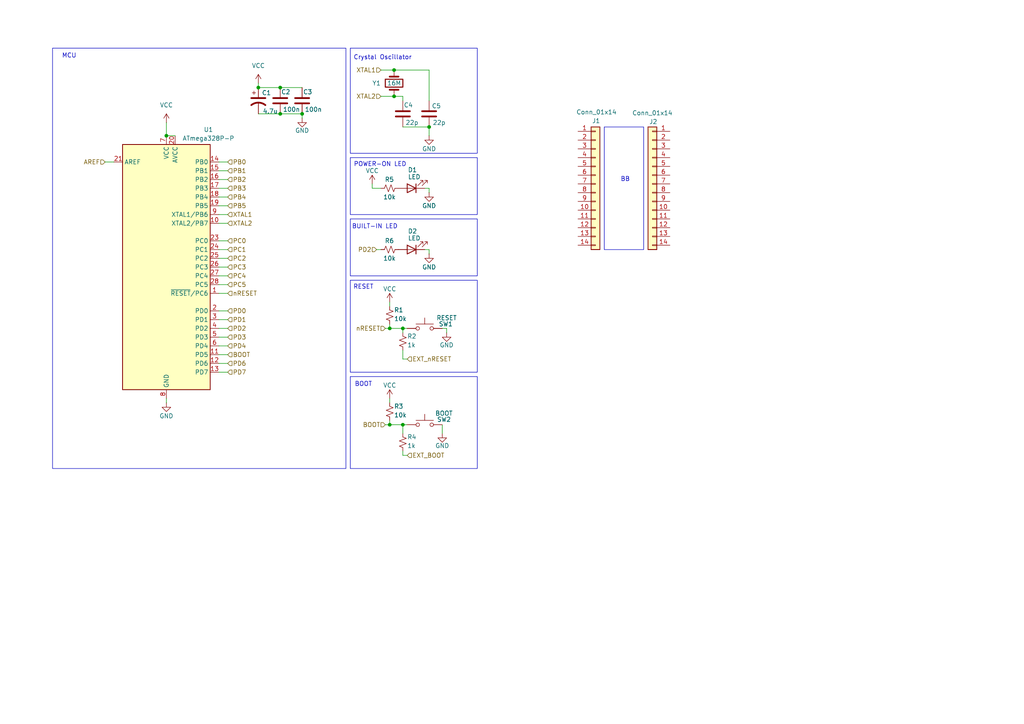
<source format=kicad_sch>
(kicad_sch (version 20231120) (generator "eeschema") (generator_version "8.0")
  (paper "A4")
  (lib_symbols
    (symbol "Connector_Generic:Conn_01x14" (pin_names (offset 1.016) hide)
      (property "Reference" "J" (at 0 17.78 0))
      (property "Value" "Conn_01x14" (at 0 -20.32 0))
      (symbol "Conn_01x14_1_1"
        (rectangle (start -1.27 -17.653) (end 0 -17.907) (stroke (width 0.1524)))
        (rectangle (start -1.27 -15.113) (end 0 -15.367) (stroke (width 0.1524)))
        (rectangle (start -1.27 -12.573) (end 0 -12.827) (stroke (width 0.1524)))
        (rectangle (start -1.27 -10.033) (end 0 -10.287) (stroke (width 0.1524)))
        (rectangle (start -1.27 -7.493) (end 0 -7.747) (stroke (width 0.1524)))
        (rectangle (start -1.27 -4.953) (end 0 -5.207) (stroke (width 0.1524)))
        (rectangle (start -1.27 -2.413) (end 0 -2.667) (stroke (width 0.1524)))
        (rectangle (start -1.27 0.127) (end 0 -0.127) (stroke (width 0.1524)))
        (rectangle (start -1.27 2.667) (end 0 2.413) (stroke (width 0.1524)))
        (rectangle (start -1.27 5.207) (end 0 4.953) (stroke (width 0.1524)))
        (rectangle (start -1.27 7.747) (end 0 7.493) (stroke (width 0.1524)))
        (rectangle (start -1.27 10.287) (end 0 10.033) (stroke (width 0.1524)))
        (rectangle (start -1.27 12.827) (end 0 12.573) (stroke (width 0.1524)))
        (rectangle (start -1.27 15.367) (end 0 15.113) (stroke (width 0.1524)))
        (rectangle (start -1.27 16.51) (end 1.27 -19.05) (stroke (width 0.254)) (fill (type background)))
        (pin passive line (at -5.08 15.24 0) (length 3.81) (name "Pin_1") (number "1"))
        (pin passive line (at -5.08 -7.62 0) (length 3.81) (name "Pin_10") (number "10"))
        (pin passive line (at -5.08 -10.16 0) (length 3.81) (name "Pin_11") (number "11"))
        (pin passive line (at -5.08 -12.7 0) (length 3.81) (name "Pin_12") (number "12"))
        (pin passive line (at -5.08 -15.24 0) (length 3.81) (name "Pin_13") (number "13"))
        (pin passive line (at -5.08 -17.78 0) (length 3.81) (name "Pin_14") (number "14"))
        (pin passive line (at -5.08 12.7 0) (length 3.81) (name "Pin_2") (number "2"))
        (pin passive line (at -5.08 10.16 0) (length 3.81) (name "Pin_3") (number "3"))
        (pin passive line (at -5.08 7.62 0) (length 3.81) (name "Pin_4") (number "4"))
        (pin passive line (at -5.08 5.08 0) (length 3.81) (name "Pin_5") (number "5"))
        (pin passive line (at -5.08 2.54 0) (length 3.81) (name "Pin_6") (number "6"))
        (pin passive line (at -5.08 0 0) (length 3.81) (name "Pin_7") (number "7"))
        (pin passive line (at -5.08 -2.54 0) (length 3.81) (name "Pin_8") (number "8"))
        (pin passive line (at -5.08 -5.08 0) (length 3.81) (name "Pin_9") (number "9"))
      )
    )
    (symbol "Device:C" (pin_numbers hide) (pin_names (offset 0.254))
      (property "Reference" "C" (at 0.635 2.54 0))
      (property "Value" "C" (at 0.635 -2.54 0))
      (symbol "C_0_1"
        (polyline (pts (xy -2.032 -0.762) (xy 2.032 -0.762)) (stroke (width 0.508)))
        (polyline (pts (xy -2.032 0.762) (xy 2.032 0.762)) (stroke (width 0.508)))
      )
      (symbol "C_1_1"
        (pin passive line (at 0 3.81 270) (length 2.794) (name "~") (number "1"))
        (pin passive line (at 0 -3.81 90) (length 2.794) (name "~") (number "2"))
      )
    )
    (symbol "Device:C_Polarized_US" (pin_numbers hide) (pin_names (offset 0.254) hide)
      (property "Reference" "C" (at 0.635 2.54 0))
      (property "Value" "C_Polarized_US" (at 0.635 -2.54 0))
      (symbol "C_Polarized_US_0_1"
        (polyline (pts (xy -2.032 0.762) (xy 2.032 0.762)) (stroke (width 0.508)))
        (polyline (pts (xy -1.778 2.286) (xy -0.762 2.286)))
        (polyline (pts (xy -1.27 1.778) (xy -1.27 2.794)))
        (arc (start 2.032 -1.27) (mid 0 -0.5572) (end -2.032 -1.27) (stroke (width 0.508)))
      )
      (symbol "C_Polarized_US_1_1"
        (pin passive line (at 0 3.81 270) (length 2.794) (name "~") (number "1"))
        (pin passive line (at 0 -3.81 90) (length 3.302) (name "~") (number "2"))
      )
    )
    (symbol "Device:Crystal" (pin_numbers hide) (pin_names (offset 1.016) hide)
      (property "Reference" "Y" (at 0 3.81 0))
      (property "Value" "Crystal" (at 0 -3.81 0))
      (symbol "Crystal_0_1"
        (rectangle (start -1.143 2.54) (end 1.143 -2.54) (stroke (width 0.3048)))
        (polyline (pts (xy -2.54 0) (xy -1.905 0)))
        (polyline (pts (xy -1.905 -1.27) (xy -1.905 1.27)) (stroke (width 0.508)))
        (polyline (pts (xy 1.905 -1.27) (xy 1.905 1.27)) (stroke (width 0.508)))
        (polyline (pts (xy 2.54 0) (xy 1.905 0)))
      )
      (symbol "Crystal_1_1"
        (pin passive line (at -3.81 0 0) (length 1.27) (name "1") (number "1"))
        (pin passive line (at 3.81 0 180) (length 1.27) (name "2") (number "2"))
      )
    )
    (symbol "Device:LED" (pin_numbers hide) (pin_names (offset 1.016) hide)
      (property "Reference" "D" (at 0 2.54 0))
      (property "Value" "LED" (at 0 -2.54 0))
      (symbol "LED_0_1"
        (polyline (pts (xy -1.27 -1.27) (xy -1.27 1.27)) (stroke (width 0.254)))
        (polyline (pts (xy -1.27 0) (xy 1.27 0)))
        (polyline (pts (xy 1.27 -1.27) (xy 1.27 1.27) (xy -1.27 0) (xy 1.27 -1.27)) (stroke (width 0.254)))
        (polyline (pts (xy -3.048 -0.762) (xy -4.572 -2.286) (xy -3.81 -2.286) (xy -4.572 -2.286) (xy -4.572 -1.524)))
        (polyline (pts (xy -1.778 -0.762) (xy -3.302 -2.286) (xy -2.54 -2.286) (xy -3.302 -2.286) (xy -3.302 -1.524)))
      )
      (symbol "LED_1_1"
        (pin passive line (at -3.81 0 0) (length 2.54) (name "K") (number "1"))
        (pin passive line (at 3.81 0 180) (length 2.54) (name "A") (number "2"))
      )
    )
    (symbol "Device:R_Small_US" (pin_numbers hide) (pin_names (offset 0.254) hide)
      (property "Reference" "R" (at 0.762 0.508 0))
      (property "Value" "R_Small_US" (at 0.762 -1.016 0))
      (symbol "R_Small_US_1_1"
        (polyline (pts (xy 0 0) (xy 1.016 -0.381) (xy 0 -0.762) (xy -1.016 -1.143) (xy 0 -1.524)))
        (polyline (pts (xy 0 1.524) (xy 1.016 1.143) (xy 0 0.762) (xy -1.016 0.381) (xy 0 0)))
        (pin passive line (at 0 2.54 270) (length 1.016) (name "~") (number "1"))
        (pin passive line (at 0 -2.54 90) (length 1.016) (name "~") (number "2"))
      )
    )
    (symbol "MCU_Microchip_ATmega:ATmega328P-P"
      (property "Reference" "U" (at -12.7 36.83 0))
      (property "Value" "ATmega328P-P" (at 2.54 -36.83 0))
      (symbol "ATmega328P-P_0_1"
        (rectangle (start -12.7 -35.56) (end 12.7 35.56) (stroke (width 0.254)) (fill (type background)))
      )
      (symbol "ATmega328P-P_1_1"
        (pin bidirectional line (at 15.24 -7.62 180) (length 2.54) (name "~{RESET}/PC6") (number "1"))
        (pin bidirectional line (at 15.24 12.7 180) (length 2.54) (name "XTAL2/PB7") (number "10"))
        (pin bidirectional line (at 15.24 -25.4 180) (length 2.54) (name "PD5") (number "11"))
        (pin bidirectional line (at 15.24 -27.94 180) (length 2.54) (name "PD6") (number "12"))
        (pin bidirectional line (at 15.24 -30.48 180) (length 2.54) (name "PD7") (number "13"))
        (pin bidirectional line (at 15.24 30.48 180) (length 2.54) (name "PB0") (number "14"))
        (pin bidirectional line (at 15.24 27.94 180) (length 2.54) (name "PB1") (number "15"))
        (pin bidirectional line (at 15.24 25.4 180) (length 2.54) (name "PB2") (number "16"))
        (pin bidirectional line (at 15.24 22.86 180) (length 2.54) (name "PB3") (number "17"))
        (pin bidirectional line (at 15.24 20.32 180) (length 2.54) (name "PB4") (number "18"))
        (pin bidirectional line (at 15.24 17.78 180) (length 2.54) (name "PB5") (number "19"))
        (pin bidirectional line (at 15.24 -12.7 180) (length 2.54) (name "PD0") (number "2"))
        (pin power_in line (at 2.54 38.1 270) (length 2.54) (name "AVCC") (number "20"))
        (pin passive line (at -15.24 30.48 0) (length 2.54) (name "AREF") (number "21"))
        (pin passive line (at 0 -38.1 90) (length 2.54) hide (name "GND") (number "22"))
        (pin bidirectional line (at 15.24 7.62 180) (length 2.54) (name "PC0") (number "23"))
        (pin bidirectional line (at 15.24 5.08 180) (length 2.54) (name "PC1") (number "24"))
        (pin bidirectional line (at 15.24 2.54 180) (length 2.54) (name "PC2") (number "25"))
        (pin bidirectional line (at 15.24 0 180) (length 2.54) (name "PC3") (number "26"))
        (pin bidirectional line (at 15.24 -2.54 180) (length 2.54) (name "PC4") (number "27"))
        (pin bidirectional line (at 15.24 -5.08 180) (length 2.54) (name "PC5") (number "28"))
        (pin bidirectional line (at 15.24 -15.24 180) (length 2.54) (name "PD1") (number "3"))
        (pin bidirectional line (at 15.24 -17.78 180) (length 2.54) (name "PD2") (number "4"))
        (pin bidirectional line (at 15.24 -20.32 180) (length 2.54) (name "PD3") (number "5"))
        (pin bidirectional line (at 15.24 -22.86 180) (length 2.54) (name "PD4") (number "6"))
        (pin power_in line (at 0 38.1 270) (length 2.54) (name "VCC") (number "7"))
        (pin power_in line (at 0 -38.1 90) (length 2.54) (name "GND") (number "8"))
        (pin bidirectional line (at 15.24 15.24 180) (length 2.54) (name "XTAL1/PB6") (number "9"))
      )
    )
    (symbol "Switch:SW_Push" (pin_numbers hide) (pin_names (offset 1.016) hide)
      (property "Reference" "SW" (at 1.27 2.54 0))
      (property "Value" "SW_Push" (at 0 -1.524 0))
      (symbol "SW_Push_0_1"
        (circle (center -2.032 0) (radius 0.508))
        (polyline (pts (xy 0 1.27) (xy 0 3.048)))
        (polyline (pts (xy 2.54 1.27) (xy -2.54 1.27)))
        (circle (center 2.032 0) (radius 0.508))
        (pin passive line (at -5.08 0 0) (length 2.54) (name "1") (number "1"))
        (pin passive line (at 5.08 0 180) (length 2.54) (name "2") (number "2"))
      )
    )
    (symbol "power:GND" (power) (pin_numbers hide) (pin_names (offset 0) hide)
      (property "Value" "GND" (at 0 -3.81 0))
      (symbol "GND_0_1"
        (polyline (pts (xy 0 0) (xy 0 -1.27) (xy 1.27 -1.27) (xy 0 -2.54) (xy -1.27 -1.27) (xy 0 -1.27)))
      )
      (symbol "GND_1_1"
        (pin power_in line (at 0 0 270) (length 0) (name "~") (number "1"))
      )
    )
    (symbol "power:VCC" (power) (pin_numbers hide) (pin_names (offset 0) hide)
      (property "Value" "VCC" (at 0 3.556 0))
      (symbol "VCC_0_1"
        (polyline (pts (xy -0.762 1.27) (xy 0 2.54)))
        (polyline (pts (xy 0 0) (xy 0 2.54)))
        (polyline (pts (xy 0 2.54) (xy 0.762 1.27)))
      )
      (symbol "VCC_1_1"
        (pin power_in line (at 0 0 90) (length 0) (name "~") (number "1"))
      )
    )
  )
  (junction (at 74.93 25.4))
  (junction (at 116.84 123.19))
  (junction (at 87.63 33.02))
  (junction (at 113.03 123.19))
  (junction (at 113.03 95.25))
  (junction (at 124.46 36.83))
  (junction (at 116.84 95.25))
  (junction (at 114.3 27.94))
  (junction (at 81.28 33.02))
  (junction (at 48.26 39.37))
  (junction (at 81.28 25.4))
  (junction (at 114.3 20.32))
  (wire (pts (xy 123.19 54.61) (xy 124.46 54.61)))
  (wire (pts (xy 116.84 104.14) (xy 118.11 104.14)))
  (wire (pts (xy 109.22 72.39) (xy 110.49 72.39)))
  (wire (pts (xy 124.46 20.32) (xy 124.46 29.21)))
  (wire (pts (xy 116.84 130.81) (xy 116.84 132.08)))
  (wire (pts (xy 128.27 95.25) (xy 129.54 95.25)))
  (wire (pts (xy 111.76 123.19) (xy 113.03 123.19)))
  (wire (pts (xy 66.04 85.09) (xy 63.5 85.09)))
  (wire (pts (xy 116.84 125.73) (xy 116.84 123.19)))
  (wire (pts (xy 118.11 132.08) (xy 116.84 132.08)))
  (wire (pts (xy 63.5 95.25) (xy 66.04 95.25)))
  (wire (pts (xy 81.28 25.4) (xy 87.63 25.4)))
  (wire (pts (xy 129.54 95.25) (xy 129.54 96.52)))
  (wire (pts (xy 113.03 121.92) (xy 113.03 123.19)))
  (wire (pts (xy 48.26 115.57) (xy 48.26 116.84)))
  (wire (pts (xy 66.04 107.95) (xy 63.5 107.95)))
  (wire (pts (xy 74.93 25.4) (xy 81.28 25.4)))
  (wire (pts (xy 66.04 100.33) (xy 63.5 100.33)))
  (wire (pts (xy 48.26 39.37) (xy 50.8 39.37)))
  (wire (pts (xy 66.04 97.79) (xy 63.5 97.79)))
  (wire (pts (xy 114.3 20.32) (xy 124.46 20.32)))
  (wire (pts (xy 66.04 62.23) (xy 63.5 62.23)))
  (wire (pts (xy 66.04 80.01) (xy 63.5 80.01)))
  (wire (pts (xy 66.04 105.41) (xy 63.5 105.41)))
  (wire (pts (xy 66.04 57.15) (xy 63.5 57.15)))
  (wire (pts (xy 124.46 72.39) (xy 124.46 73.66)))
  (wire (pts (xy 81.28 33.02) (xy 87.63 33.02)))
  (wire (pts (xy 110.49 20.32) (xy 114.3 20.32)))
  (wire (pts (xy 66.04 74.93) (xy 63.5 74.93)))
  (wire (pts (xy 66.04 59.69) (xy 63.5 59.69)))
  (wire (pts (xy 116.84 101.6) (xy 116.84 104.14)))
  (wire (pts (xy 113.03 123.19) (xy 116.84 123.19)))
  (wire (pts (xy 124.46 36.83) (xy 116.84 36.83)))
  (wire (pts (xy 66.04 82.55) (xy 63.5 82.55)))
  (wire (pts (xy 66.04 77.47) (xy 63.5 77.47)))
  (wire (pts (xy 124.46 36.83) (xy 124.46 39.37)))
  (wire (pts (xy 63.5 102.87) (xy 66.04 102.87)))
  (wire (pts (xy 116.84 27.94) (xy 116.84 29.21)))
  (wire (pts (xy 113.03 115.57) (xy 113.03 116.84)))
  (wire (pts (xy 66.04 64.77) (xy 63.5 64.77)))
  (wire (pts (xy 66.04 72.39) (xy 63.5 72.39)))
  (wire (pts (xy 87.63 34.29) (xy 87.63 33.02)))
  (wire (pts (xy 48.26 35.56) (xy 48.26 39.37)))
  (wire (pts (xy 66.04 52.07) (xy 63.5 52.07)))
  (wire (pts (xy 113.03 93.98) (xy 113.03 95.25)))
  (wire (pts (xy 74.93 24.13) (xy 74.93 25.4)))
  (wire (pts (xy 107.95 53.34) (xy 107.95 54.61)))
  (wire (pts (xy 116.84 123.19) (xy 118.11 123.19)))
  (wire (pts (xy 63.5 49.53) (xy 66.04 49.53)))
  (wire (pts (xy 107.95 54.61) (xy 110.49 54.61)))
  (wire (pts (xy 113.03 87.63) (xy 113.03 88.9)))
  (wire (pts (xy 110.49 27.94) (xy 114.3 27.94)))
  (wire (pts (xy 30.48 46.99) (xy 33.02 46.99)))
  (wire (pts (xy 116.84 95.25) (xy 116.84 96.52)))
  (wire (pts (xy 63.5 90.17) (xy 66.04 90.17)))
  (wire (pts (xy 74.93 33.02) (xy 81.28 33.02)))
  (wire (pts (xy 113.03 95.25) (xy 116.84 95.25)))
  (wire (pts (xy 123.19 72.39) (xy 124.46 72.39)))
  (wire (pts (xy 66.04 54.61) (xy 63.5 54.61)))
  (wire (pts (xy 111.76 95.25) (xy 113.03 95.25)))
  (wire (pts (xy 114.3 27.94) (xy 116.84 27.94)))
  (wire (pts (xy 63.5 46.99) (xy 66.04 46.99)))
  (wire (pts (xy 66.04 92.71) (xy 63.5 92.71)))
  (wire (pts (xy 66.04 69.85) (xy 63.5 69.85)))
  (wire (pts (xy 124.46 54.61) (xy 124.46 55.88)))
  (wire (pts (xy 128.27 123.19) (xy 128.27 125.73)))
  (wire (pts (xy 116.84 95.25) (xy 118.11 95.25)))
  (rectangle (start 101.6 81.28) (end 138.43 107.95))
  (rectangle (start 175.26 36.83) (end 186.69 72.39))
  (rectangle (start 101.6 109.22) (end 138.43 135.89))
  (rectangle (start 101.6 63.5) (end 138.43 80.01))
  (rectangle (start 15.24 13.97) (end 100.33 135.89))
  (rectangle (start 101.6 45.72) (end 138.43 62.23))
  (rectangle (start 101.6 13.97) (end 138.43 44.45))
  (text "RESET" (at 105.41 83.312 0) (effects (font (size 1.27 1.27))))
  (text "POWER-ON LED" (at 110.236 47.752 0) (effects (font (size 1.27 1.27))))
  (text "MCU" (at 20.066 16.256 0) (effects (font (size 1.27 1.27))))
  (text "BB" (at 181.356 52.07 0) (effects (font (size 1.27 1.27))))
  (text "BUILT-IN LED" (at 108.712 65.786 0) (effects (font (size 1.27 1.27))))
  (text "BOOT" (at 105.41 111.506 0) (effects (font (size 1.27 1.27))))
  (text "Crystal Oscillator" (at 110.998 16.764 0) (effects (font (size 1.27 1.27))))
  (hierarchical_label "AREF" (shape input) (at 30.48 46.99 180))
  (hierarchical_label "PC5" (shape input) (at 66.04 82.55 0))
  (hierarchical_label "PD0" (shape input) (at 66.04 90.17 0))
  (hierarchical_label "EXT_nRESET" (shape input) (at 118.11 104.14 0))
  (hierarchical_label "PD7" (shape input) (at 66.04 107.95 0))
  (hierarchical_label "PD6" (shape input) (at 66.04 105.41 0))
  (hierarchical_label "PB2" (shape input) (at 66.04 52.07 0))
  (hierarchical_label "PD2" (shape input) (at 66.04 95.25 0))
  (hierarchical_label "XTAL2" (shape input) (at 110.49 27.94 180))
  (hierarchical_label "PB5" (shape input) (at 66.04 59.69 0))
  (hierarchical_label "PD2" (shape input) (at 109.22 72.39 180))
  (hierarchical_label "PC3" (shape input) (at 66.04 77.47 0))
  (hierarchical_label "nRESET" (shape input) (at 66.04 85.09 0))
  (hierarchical_label "EXT_BOOT" (shape input) (at 118.11 132.08 0))
  (hierarchical_label "PC0" (shape input) (at 66.04 69.85 0))
  (hierarchical_label "BOOT" (shape input) (at 66.04 102.87 0))
  (hierarchical_label "XTAL1" (shape input) (at 110.49 20.32 180))
  (hierarchical_label "PB1" (shape input) (at 66.04 49.53 0))
  (hierarchical_label "PB4" (shape input) (at 66.04 57.15 0))
  (hierarchical_label "PD4" (shape input) (at 66.04 100.33 0))
  (hierarchical_label "PC4" (shape input) (at 66.04 80.01 0))
  (hierarchical_label "PD3" (shape input) (at 66.04 97.79 0))
  (hierarchical_label "PB3" (shape input) (at 66.04 54.61 0))
  (hierarchical_label "PB0" (shape input) (at 66.04 46.99 0))
  (hierarchical_label "BOOT" (shape input) (at 111.76 123.19 180))
  (hierarchical_label "PC1" (shape input) (at 66.04 72.39 0))
  (hierarchical_label "PC2" (shape input) (at 66.04 74.93 0))
  (hierarchical_label "nRESET" (shape input) (at 111.76 95.25 180))
  (hierarchical_label "XTAL2" (shape input) (at 66.04 64.77 0))
  (hierarchical_label "PD1" (shape input) (at 66.04 92.71 0))
  (hierarchical_label "XTAL1" (shape input) (at 66.04 62.23 0))
  (symbol (lib_id "Switch:SW_Push") (at 123.19 123.19 0) (unit 1)
    (property "Reference" "SW2" (at 128.778 121.666 0))
    (property "Value" "BOOT" (at 128.778 119.888 0))
    (property "Footprint" "Button_Switch_THT:SW_PUSH_6mm" (effects (hide yes)))
    (property "Description" "Push button switch, generic, two pins" (effects (hide yes)))
  )
  (symbol (lib_id "power:GND") (at 87.63 34.29 0) (unit 1)
    (property "Reference" "#PWR2" (effects (hide yes)))
    (property "Value" "GND" (at 87.63 37.846 0))
    (property "Description" "Power symbol creates a global label with name \"GND\" , ground" (effects (hide yes)))
  )
  (symbol (lib_id "Device:R_Small_US") (at 116.84 128.27 0) (unit 1)
    (property "Reference" "R4" (at 118.11 126.746 0) (effects (justify left)))
    (property "Value" "1k" (at 118.11 129.286 0) (effects (justify left)))
    (property "Footprint" "OptoDevice:R_LDR_5.2x5.2mm_P3.5mm_Horizontal" (effects (hide yes)))
    (property "Description" "Resistor, small US symbol" (effects (hide yes)))
  )
  (symbol (lib_id "power:VCC") (at 113.03 115.57 0) (unit 1)
    (property "Reference" "#PWR8" (effects (hide yes)))
    (property "Value" "VCC" (at 113.03 111.76 0))
    (property "Description" "Power symbol creates a global label with name \"VCC\"" (effects (hide yes)))
  )
  (symbol (lib_id "Device:LED") (at 119.38 54.61 180) (unit 1)
    (property "Reference" "D1" (at 119.634 49.276 0))
    (property "Value" "LED" (at 120.142 51.308 0))
    (property "Footprint" "OptoDevice:R_LDR_5.2x5.2mm_P3.5mm_Horizontal" (effects (hide yes)))
    (property "Description" "Light emitting diode" (effects (hide yes)))
  )
  (symbol (lib_id "Device:C") (at 87.63 29.21 0) (unit 1)
    (property "Reference" "C3" (at 87.884 26.67 0) (effects (justify left)))
    (property "Value" "100n" (at 88.392 31.75 0) (effects (justify left)))
    (property "Footprint" "Capacitor_THT:C_Disc_D3.0mm_W2.0mm_P2.50mm" (effects (hide yes)))
    (property "Description" "Unpolarized capacitor" (effects (hide yes)))
  )
  (symbol (lib_id "Device:R_Small_US") (at 113.03 72.39 90) (unit 1)
    (property "Reference" "R6" (at 114.3 69.85 90) (effects (justify left)))
    (property "Value" "10k" (at 114.808 74.93 90) (effects (justify left)))
    (property "Footprint" "OptoDevice:R_LDR_5.2x5.2mm_P3.5mm_Horizontal" (effects (hide yes)))
    (property "Description" "Resistor, small US symbol" (effects (hide yes)))
  )
  (symbol (lib_id "power:GND") (at 129.54 96.52 0) (unit 1)
    (property "Reference" "#PWR7" (effects (hide yes)))
    (property "Value" "GND" (at 129.54 100.076 0))
    (property "Description" "Power symbol creates a global label with name \"GND\" , ground" (effects (hide yes)))
  )
  (symbol (lib_id "power:VCC") (at 107.95 53.34 0) (unit 1)
    (property "Reference" "#PWR12" (effects (hide yes)))
    (property "Value" "VCC" (at 107.95 49.53 0))
    (property "Description" "Power symbol creates a global label with name \"VCC\"" (effects (hide yes)))
  )
  (symbol (lib_id "Device:C") (at 116.84 33.02 0) (unit 1)
    (property "Reference" "C4" (at 117.094 30.48 0) (effects (justify left)))
    (property "Value" "22p" (at 117.602 35.56 0) (effects (justify left)))
    (property "Footprint" "Capacitor_THT:C_Disc_D3.0mm_W2.0mm_P2.50mm" (effects (hide yes)))
    (property "Description" "Unpolarized capacitor" (effects (hide yes)))
  )
  (symbol (lib_id "Device:C_Polarized_US") (at 74.93 29.21 0) (unit 1)
    (property "Reference" "C1" (at 75.946 26.924 0) (effects (justify left)))
    (property "Value" "4.7u" (at 76.2 32.258 0) (effects (justify left)))
    (property "Footprint" "Capacitor_THT:CP_Radial_D4.0mm_P1.50mm" (effects (hide yes)))
    (property "Description" "Polarized capacitor, US symbol" (effects (hide yes)))
  )
  (symbol (lib_id "Device:LED") (at 119.38 72.39 180) (unit 1)
    (property "Reference" "D2" (at 119.634 67.056 0))
    (property "Value" "LED" (at 120.142 69.088 0))
    (property "Footprint" "OptoDevice:R_LDR_5.2x5.2mm_P3.5mm_Horizontal" (effects (hide yes)))
    (property "Description" "Light emitting diode" (effects (hide yes)))
  )
  (symbol (lib_id "power:GND") (at 124.46 39.37 0) (unit 1)
    (property "Reference" "#PWR4" (effects (hide yes)))
    (property "Value" "GND" (at 124.46 43.18 0))
    (property "Description" "Power symbol creates a global label with name \"GND\" , ground" (effects (hide yes)))
  )
  (symbol (lib_id "Connector_Generic:Conn_01x14") (at 172.72 53.34 0) (unit 1)
    (property "Reference" "J1" (at 171.704 35.052 0) (effects (justify left)))
    (property "Value" "Conn_01x14" (at 167.132 32.512 0) (effects (justify left)))
    (property "Footprint" "Connector_PinSocket_2.54mm:PinSocket_1x14_P2.54mm_Vertical" (effects (hide yes)))
    (property "Description" "Generic connector, single row, 01x14, script generated (kicad-library-utils/schlib/autogen/connector/)" (effects (hide yes)))
  )
  (symbol (lib_id "Device:C") (at 124.46 33.02 0) (unit 1)
    (property "Reference" "C5" (at 125.222 30.734 0) (effects (justify left)))
    (property "Value" "22p" (at 125.476 35.56 0) (effects (justify left)))
    (property "Footprint" "Capacitor_THT:C_Disc_D3.0mm_W2.0mm_P2.50mm" (effects (hide yes)))
    (property "Description" "Unpolarized capacitor" (effects (hide yes)))
  )
  (symbol (lib_id "Device:R_Small_US") (at 113.03 91.44 0) (unit 1)
    (property "Reference" "R1" (at 114.3 89.916 0) (effects (justify left)))
    (property "Value" "10k" (at 114.3 92.456 0) (effects (justify left)))
    (property "Footprint" "OptoDevice:R_LDR_5.2x5.2mm_P3.5mm_Horizontal" (effects (hide yes)))
    (property "Description" "Resistor, small US symbol" (effects (hide yes)))
  )
  (symbol (lib_id "Device:R_Small_US") (at 116.84 99.06 0) (unit 1)
    (property "Reference" "R2" (at 118.11 97.536 0) (effects (justify left)))
    (property "Value" "1k" (at 118.11 100.076 0) (effects (justify left)))
    (property "Footprint" "OptoDevice:R_LDR_5.2x5.2mm_P3.5mm_Horizontal" (effects (hide yes)))
    (property "Description" "Resistor, small US symbol" (effects (hide yes)))
  )
  (symbol (lib_id "Device:C") (at 81.28 29.21 0) (unit 1)
    (property "Reference" "C2" (at 81.534 26.67 0) (effects (justify left)))
    (property "Value" "100n" (at 82.042 31.75 0) (effects (justify left)))
    (property "Footprint" "Capacitor_THT:C_Disc_D3.0mm_W2.0mm_P2.50mm" (effects (hide yes)))
    (property "Description" "Unpolarized capacitor" (effects (hide yes)))
  )
  (symbol (lib_id "power:VCC") (at 113.03 87.63 0) (unit 1)
    (property "Reference" "#PWR6" (effects (hide yes)))
    (property "Value" "VCC" (at 113.03 83.82 0))
    (property "Description" "Power symbol creates a global label with name \"VCC\"" (effects (hide yes)))
  )
  (symbol (lib_id "MCU_Microchip_ATmega:ATmega328P-P") (at 48.26 77.47 0) (unit 1)
    (property "Reference" "U1" (at 60.452 37.592 0))
    (property "Value" "ATmega328P-P" (at 60.452 40.132 0))
    (property "Footprint" "Package_DIP:DIP-28_W7.62mm" (effects (hide yes)))
    (property "Datasheet" "http://ww1.microchip.com/downloads/en/DeviceDoc/ATmega328_P%20AVR%20MCU%20with%20picoPower%20Technology%20Data%20Sheet%2040001984A.pdf" (effects (hide yes)))
    (property "Description" "20MHz, 32kB Flash, 2kB SRAM, 1kB EEPROM, DIP-28" (effects (hide yes)))
  )
  (symbol (lib_id "Switch:SW_Push") (at 123.19 95.25 0) (unit 1)
    (property "Reference" "SW1" (at 129.286 93.98 0))
    (property "Value" "RESET" (at 129.54 92.202 0))
    (property "Footprint" "Button_Switch_THT:SW_PUSH_6mm" (effects (hide yes)))
    (property "Description" "Push button switch, generic, two pins" (effects (hide yes)))
  )
  (symbol (lib_id "power:GND") (at 124.46 55.88 0) (unit 1)
    (property "Reference" "#PWR10" (effects (hide yes)))
    (property "Value" "GND" (at 124.46 59.69 0))
    (property "Description" "Power symbol creates a global label with name \"GND\" , ground" (effects (hide yes)))
  )
  (symbol (lib_id "Device:R_Small_US") (at 113.03 54.61 90) (unit 1)
    (property "Reference" "R5" (at 114.3 52.07 90) (effects (justify left)))
    (property "Value" "10k" (at 114.808 57.15 90) (effects (justify left)))
    (property "Footprint" "OptoDevice:R_LDR_5.2x5.2mm_P3.5mm_Horizontal" (effects (hide yes)))
    (property "Description" "Resistor, small US symbol" (effects (hide yes)))
  )
  (symbol (lib_id "Device:R_Small_US") (at 113.03 119.38 0) (unit 1)
    (property "Reference" "R3" (at 114.3 117.856 0) (effects (justify left)))
    (property "Value" "10k" (at 114.3 120.396 0) (effects (justify left)))
    (property "Footprint" "OptoDevice:R_LDR_5.2x5.2mm_P3.5mm_Horizontal" (effects (hide yes)))
    (property "Description" "Resistor, small US symbol" (effects (hide yes)))
  )
  (symbol (lib_id "power:VCC") (at 74.93 24.13 0) (unit 1)
    (property "Reference" "#PWR1" (effects (hide yes)))
    (property "Value" "VCC" (at 74.93 19.05 0))
    (property "Description" "Power symbol creates a global label with name \"VCC\"" (effects (hide yes)))
  )
  (symbol (lib_id "Connector_Generic:Conn_01x14") (at 189.23 53.34 0) (mirror y) (unit 1)
    (property "Reference" "J2" (at 189.484 35.306 0))
    (property "Value" "Conn_01x14" (at 189.23 32.766 0))
    (property "Footprint" "Connector_PinSocket_2.54mm:PinSocket_1x14_P2.54mm_Vertical" (effects (hide yes)))
    (property "Description" "Generic connector, single row, 01x14, script generated (kicad-library-utils/schlib/autogen/connector/)" (effects (hide yes)))
  )
  (symbol (lib_id "power:GND") (at 48.26 116.84 0) (unit 1)
    (property "Reference" "#PWR5" (effects (hide yes)))
    (property "Value" "GND" (at 48.26 120.65 0))
    (property "Description" "Power symbol creates a global label with name \"GND\" , ground" (effects (hide yes)))
  )
  (symbol (lib_id "Device:Crystal") (at 114.3 24.13 270) (unit 1)
    (property "Reference" "Y1" (at 107.95 24.13 90) (effects (justify left)))
    (property "Value" "16M" (at 112.268 24.13 90) (effects (justify left)))
    (property "Footprint" "Crystal:Crystal_HC18-U_Vertical" (effects (hide yes)))
    (property "Description" "Two pin crystal" (effects (hide yes)))
  )
  (symbol (lib_id "power:GND") (at 128.27 125.73 0) (unit 1)
    (property "Reference" "#PWR9" (effects (hide yes)))
    (property "Value" "GND" (at 128.27 129.286 0))
    (property "Description" "Power symbol creates a global label with name \"GND\" , ground" (effects (hide yes)))
  )
  (symbol (lib_id "power:GND") (at 124.46 73.66 0) (unit 1)
    (property "Reference" "#PWR11" (effects (hide yes)))
    (property "Value" "GND" (at 124.46 77.47 0))
    (property "Description" "Power symbol creates a global label with name \"GND\" , ground" (effects (hide yes)))
  )
  (symbol (lib_id "power:VCC") (at 48.26 35.56 0) (unit 1)
    (property "Reference" "#PWR3" (effects (hide yes)))
    (property "Value" "VCC" (at 48.26 30.48 0))
    (property "Description" "Power symbol creates a global label with name \"VCC\"" (effects (hide yes)))
  )
)
</source>
